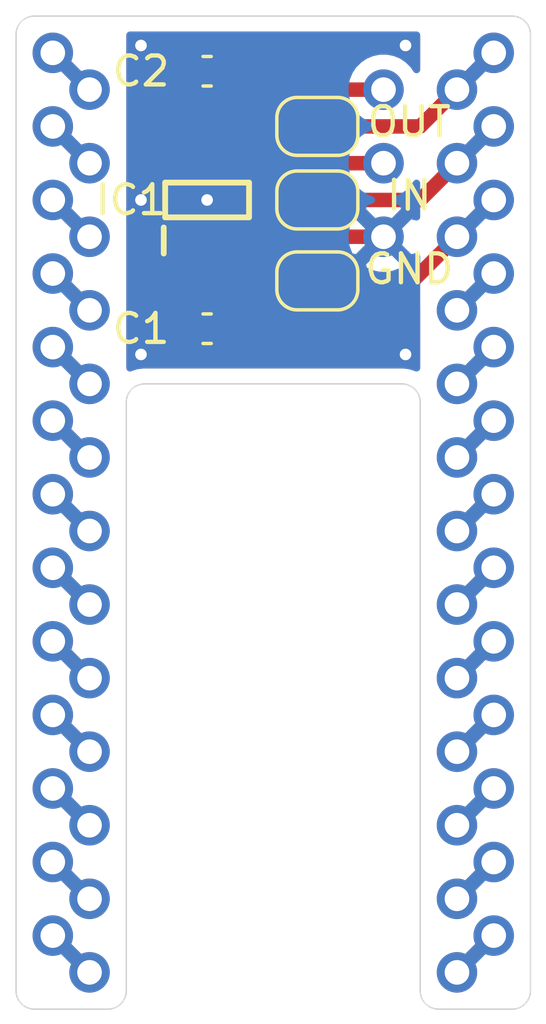
<source format=kicad_pcb>
(kicad_pcb (version 20171130) (host pcbnew "(5.1.9)-1")

  (general
    (thickness 1.6)
    (drawings 20)
    (tracks 100)
    (zones 0)
    (modules 11)
    (nets 30)
  )

  (page A4)
  (layers
    (0 F.Cu signal)
    (31 B.Cu signal)
    (32 B.Adhes user)
    (33 F.Adhes user)
    (34 B.Paste user)
    (35 F.Paste user)
    (36 B.SilkS user)
    (37 F.SilkS user)
    (38 B.Mask user)
    (39 F.Mask user)
    (40 Dwgs.User user)
    (41 Cmts.User user)
    (42 Eco1.User user)
    (43 Eco2.User user)
    (44 Edge.Cuts user)
    (45 Margin user)
    (46 B.CrtYd user)
    (47 F.CrtYd user hide)
    (48 B.Fab user)
    (49 F.Fab user hide)
  )

  (setup
    (last_trace_width 0.25)
    (user_trace_width 0.5)
    (trace_clearance 0.2)
    (zone_clearance 0.508)
    (zone_45_only no)
    (trace_min 0.2)
    (via_size 0.8)
    (via_drill 0.4)
    (via_min_size 0.4)
    (via_min_drill 0.3)
    (uvia_size 0.3)
    (uvia_drill 0.1)
    (uvias_allowed no)
    (uvia_min_size 0.2)
    (uvia_min_drill 0.1)
    (edge_width 0.05)
    (segment_width 0.2)
    (pcb_text_width 0.3)
    (pcb_text_size 1.5 1.5)
    (mod_edge_width 0.12)
    (mod_text_size 1 1)
    (mod_text_width 0.15)
    (pad_size 1.4 1.4)
    (pad_drill 0.85)
    (pad_to_mask_clearance 0)
    (aux_axis_origin 0 0)
    (visible_elements 7FFFFFFF)
    (pcbplotparams
      (layerselection 0x010fc_ffffffff)
      (usegerberextensions false)
      (usegerberattributes true)
      (usegerberadvancedattributes true)
      (creategerberjobfile true)
      (excludeedgelayer true)
      (linewidth 0.100000)
      (plotframeref false)
      (viasonmask false)
      (mode 1)
      (useauxorigin false)
      (hpglpennumber 1)
      (hpglpenspeed 20)
      (hpglpendiameter 15.000000)
      (psnegative false)
      (psa4output false)
      (plotreference true)
      (plotvalue true)
      (plotinvisibletext false)
      (padsonsilk false)
      (subtractmaskfromsilk false)
      (outputformat 1)
      (mirror false)
      (drillshape 1)
      (scaleselection 1)
      (outputdirectory ""))
  )

  (net 0 "")
  (net 1 "Net-(J1-Pad13)")
  (net 2 "Net-(J1-Pad12)")
  (net 3 "Net-(J1-Pad11)")
  (net 4 "Net-(J1-Pad10)")
  (net 5 "Net-(J1-Pad9)")
  (net 6 "Net-(J1-Pad8)")
  (net 7 "Net-(J1-Pad7)")
  (net 8 "Net-(J1-Pad6)")
  (net 9 "Net-(J1-Pad5)")
  (net 10 "Net-(J1-Pad4)")
  (net 11 "Net-(J1-Pad3)")
  (net 12 "Net-(J1-Pad2)")
  (net 13 "Net-(J1-Pad1)")
  (net 14 "Net-(J3-Pad13)")
  (net 15 "Net-(J3-Pad12)")
  (net 16 "Net-(J3-Pad11)")
  (net 17 "Net-(J3-Pad10)")
  (net 18 "Net-(J3-Pad9)")
  (net 19 "Net-(J3-Pad8)")
  (net 20 "Net-(J3-Pad7)")
  (net 21 "Net-(J3-Pad6)")
  (net 22 "Net-(J3-Pad5)")
  (net 23 "Net-(J3-Pad4)")
  (net 24 "Net-(J3-Pad3)")
  (net 25 "Net-(J3-Pad2)")
  (net 26 "Net-(J3-Pad1)")
  (net 27 "Net-(C1-Pad1)")
  (net 28 "Net-(C2-Pad1)")
  (net 29 GND)

  (net_class Default "This is the default net class."
    (clearance 0.2)
    (trace_width 0.25)
    (via_dia 0.8)
    (via_drill 0.4)
    (uvia_dia 0.3)
    (uvia_drill 0.1)
    (add_net GND)
    (add_net "Net-(C1-Pad1)")
    (add_net "Net-(C2-Pad1)")
    (add_net "Net-(J1-Pad1)")
    (add_net "Net-(J1-Pad10)")
    (add_net "Net-(J1-Pad11)")
    (add_net "Net-(J1-Pad12)")
    (add_net "Net-(J1-Pad13)")
    (add_net "Net-(J1-Pad2)")
    (add_net "Net-(J1-Pad3)")
    (add_net "Net-(J1-Pad4)")
    (add_net "Net-(J1-Pad5)")
    (add_net "Net-(J1-Pad6)")
    (add_net "Net-(J1-Pad7)")
    (add_net "Net-(J1-Pad8)")
    (add_net "Net-(J1-Pad9)")
    (add_net "Net-(J3-Pad1)")
    (add_net "Net-(J3-Pad10)")
    (add_net "Net-(J3-Pad11)")
    (add_net "Net-(J3-Pad12)")
    (add_net "Net-(J3-Pad13)")
    (add_net "Net-(J3-Pad2)")
    (add_net "Net-(J3-Pad3)")
    (add_net "Net-(J3-Pad4)")
    (add_net "Net-(J3-Pad5)")
    (add_net "Net-(J3-Pad6)")
    (add_net "Net-(J3-Pad7)")
    (add_net "Net-(J3-Pad8)")
    (add_net "Net-(J3-Pad9)")
  )

  (module Jumper:SolderJumper-2_P1.3mm_Open_RoundedPad1.0x1.5mm (layer F.Cu) (tedit 5B391E66) (tstamp 6131F713)
    (at 47.244 40.64)
    (descr "SMD Solder Jumper, 1x1.5mm, rounded Pads, 0.3mm gap, open")
    (tags "solder jumper open")
    (path /61327C43)
    (attr virtual)
    (fp_text reference JP1 (at 0 -1.8) (layer F.SilkS) hide
      (effects (font (size 1 1) (thickness 0.15)))
    )
    (fp_text value Jumper_NO_Small (at 0 1.9) (layer F.Fab)
      (effects (font (size 1 1) (thickness 0.15)))
    )
    (fp_line (start -1.4 0.3) (end -1.4 -0.3) (layer F.SilkS) (width 0.12))
    (fp_line (start 0.7 1) (end -0.7 1) (layer F.SilkS) (width 0.12))
    (fp_line (start 1.4 -0.3) (end 1.4 0.3) (layer F.SilkS) (width 0.12))
    (fp_line (start -0.7 -1) (end 0.7 -1) (layer F.SilkS) (width 0.12))
    (fp_line (start -1.65 -1.25) (end 1.65 -1.25) (layer F.CrtYd) (width 0.05))
    (fp_line (start -1.65 -1.25) (end -1.65 1.25) (layer F.CrtYd) (width 0.05))
    (fp_line (start 1.65 1.25) (end 1.65 -1.25) (layer F.CrtYd) (width 0.05))
    (fp_line (start 1.65 1.25) (end -1.65 1.25) (layer F.CrtYd) (width 0.05))
    (fp_arc (start -0.7 -0.3) (end -0.7 -1) (angle -90) (layer F.SilkS) (width 0.12))
    (fp_arc (start -0.7 0.3) (end -1.4 0.3) (angle -90) (layer F.SilkS) (width 0.12))
    (fp_arc (start 0.7 0.3) (end 0.7 1) (angle -90) (layer F.SilkS) (width 0.12))
    (fp_arc (start 0.7 -0.3) (end 1.4 -0.3) (angle -90) (layer F.SilkS) (width 0.12))
    (pad 2 smd custom (at 0.65 0) (size 1 0.5) (layers F.Cu F.Mask)
      (net 26 "Net-(J3-Pad1)") (zone_connect 2)
      (options (clearance outline) (anchor rect))
      (primitives
        (gr_circle (center 0 0.25) (end 0.5 0.25) (width 0))
        (gr_circle (center 0 -0.25) (end 0.5 -0.25) (width 0))
        (gr_poly (pts
           (xy 0 -0.75) (xy -0.5 -0.75) (xy -0.5 0.75) (xy 0 0.75)) (width 0))
      ))
    (pad 1 smd custom (at -0.65 0) (size 1 0.5) (layers F.Cu F.Mask)
      (net 28 "Net-(C2-Pad1)") (zone_connect 2)
      (options (clearance outline) (anchor rect))
      (primitives
        (gr_circle (center 0 0.25) (end 0.5 0.25) (width 0))
        (gr_circle (center 0 -0.25) (end 0.5 -0.25) (width 0))
        (gr_poly (pts
           (xy 0 -0.75) (xy 0.5 -0.75) (xy 0.5 0.75) (xy 0 0.75)) (width 0))
      ))
  )

  (module Connector_PinHeader_2.54mm:PinHeader_1x03_P2.54mm_Vertical (layer F.Cu) (tedit 60FCC9F0) (tstamp 60FD38EA)
    (at 49.531 39.37)
    (descr "Through hole straight pin header, 1x03, 2.54mm pitch, single row")
    (tags "Through hole pin header THT 1x03 2.54mm single row")
    (path /60FF65B2)
    (fp_text reference J5 (at 0 -2.33) (layer F.SilkS) hide
      (effects (font (size 1 1) (thickness 0.15)))
    )
    (fp_text value Conn_01x03 (at 0 7.41) (layer F.Fab)
      (effects (font (size 1 1) (thickness 0.15)))
    )
    (fp_line (start -0.635 -1.27) (end 1.27 -1.27) (layer F.Fab) (width 0.1))
    (fp_line (start 1.27 -1.27) (end 1.27 6.35) (layer F.Fab) (width 0.1))
    (fp_line (start 1.27 6.35) (end -1.27 6.35) (layer F.Fab) (width 0.1))
    (fp_line (start -1.27 6.35) (end -1.27 -0.635) (layer F.Fab) (width 0.1))
    (fp_line (start -1.27 -0.635) (end -0.635 -1.27) (layer F.Fab) (width 0.1))
    (fp_line (start -1.8 -1.8) (end -1.8 6.85) (layer F.CrtYd) (width 0.05))
    (fp_line (start -1.8 6.85) (end 1.8 6.85) (layer F.CrtYd) (width 0.05))
    (fp_line (start 1.8 6.85) (end 1.8 -1.8) (layer F.CrtYd) (width 0.05))
    (fp_line (start 1.8 -1.8) (end -1.8 -1.8) (layer F.CrtYd) (width 0.05))
    (fp_text user %R (at 0 2.54 90) (layer F.Fab)
      (effects (font (size 1 1) (thickness 0.15)))
    )
    (pad 3 thru_hole circle (at 0 5.08) (size 1.4 1.4) (drill 0.85) (layers *.Cu *.Mask)
      (net 29 GND))
    (pad 2 thru_hole circle (at 0 2.54) (size 1.4 1.4) (drill 0.85) (layers *.Cu *.Mask)
      (net 27 "Net-(C1-Pad1)"))
    (pad 1 thru_hole circle (at 0 0) (size 1.4 1.4) (drill 0.85) (layers *.Cu *.Mask)
      (net 28 "Net-(C2-Pad1)"))
    (model ${KISYS3DMOD}/Connector_PinHeader_2.54mm.3dshapes/PinHeader_1x03_P2.54mm_Vertical.wrl
      (at (xyz 0 0 0))
      (scale (xyz 1 1 1))
      (rotate (xyz 0 0 0))
    )
  )

  (module Jumper:SolderJumper-2_P1.3mm_Open_RoundedPad1.0x1.5mm (layer F.Cu) (tedit 5B391E66) (tstamp 6131F737)
    (at 47.244 45.974)
    (descr "SMD Solder Jumper, 1x1.5mm, rounded Pads, 0.3mm gap, open")
    (tags "solder jumper open")
    (path /613288EC)
    (attr virtual)
    (fp_text reference JP3 (at 0 -1.8) (layer F.SilkS) hide
      (effects (font (size 1 1) (thickness 0.15)))
    )
    (fp_text value Jumper_NO_Small (at 0 1.9) (layer F.Fab)
      (effects (font (size 1 1) (thickness 0.15)))
    )
    (fp_line (start -1.4 0.3) (end -1.4 -0.3) (layer F.SilkS) (width 0.12))
    (fp_line (start 0.7 1) (end -0.7 1) (layer F.SilkS) (width 0.12))
    (fp_line (start 1.4 -0.3) (end 1.4 0.3) (layer F.SilkS) (width 0.12))
    (fp_line (start -0.7 -1) (end 0.7 -1) (layer F.SilkS) (width 0.12))
    (fp_line (start -1.65 -1.25) (end 1.65 -1.25) (layer F.CrtYd) (width 0.05))
    (fp_line (start -1.65 -1.25) (end -1.65 1.25) (layer F.CrtYd) (width 0.05))
    (fp_line (start 1.65 1.25) (end 1.65 -1.25) (layer F.CrtYd) (width 0.05))
    (fp_line (start 1.65 1.25) (end -1.65 1.25) (layer F.CrtYd) (width 0.05))
    (fp_arc (start -0.7 -0.3) (end -0.7 -1) (angle -90) (layer F.SilkS) (width 0.12))
    (fp_arc (start -0.7 0.3) (end -1.4 0.3) (angle -90) (layer F.SilkS) (width 0.12))
    (fp_arc (start 0.7 0.3) (end 0.7 1) (angle -90) (layer F.SilkS) (width 0.12))
    (fp_arc (start 0.7 -0.3) (end 1.4 -0.3) (angle -90) (layer F.SilkS) (width 0.12))
    (pad 2 smd custom (at 0.65 0) (size 1 0.5) (layers F.Cu F.Mask)
      (net 24 "Net-(J3-Pad3)") (zone_connect 2)
      (options (clearance outline) (anchor rect))
      (primitives
        (gr_circle (center 0 0.25) (end 0.5 0.25) (width 0))
        (gr_circle (center 0 -0.25) (end 0.5 -0.25) (width 0))
        (gr_poly (pts
           (xy 0 -0.75) (xy -0.5 -0.75) (xy -0.5 0.75) (xy 0 0.75)) (width 0))
      ))
    (pad 1 smd custom (at -0.65 0) (size 1 0.5) (layers F.Cu F.Mask)
      (net 29 GND) (zone_connect 2)
      (options (clearance outline) (anchor rect))
      (primitives
        (gr_circle (center 0 0.25) (end 0.5 0.25) (width 0))
        (gr_circle (center 0 -0.25) (end 0.5 -0.25) (width 0))
        (gr_poly (pts
           (xy 0 -0.75) (xy 0.5 -0.75) (xy 0.5 0.75) (xy 0 0.75)) (width 0))
      ))
  )

  (module Jumper:SolderJumper-2_P1.3mm_Open_RoundedPad1.0x1.5mm (layer F.Cu) (tedit 5B391E66) (tstamp 6131FE6B)
    (at 47.244 43.18)
    (descr "SMD Solder Jumper, 1x1.5mm, rounded Pads, 0.3mm gap, open")
    (tags "solder jumper open")
    (path /613284ED)
    (attr virtual)
    (fp_text reference JP2 (at 0 -1.8) (layer F.SilkS) hide
      (effects (font (size 1 1) (thickness 0.15)))
    )
    (fp_text value Jumper_NO_Small (at 0 1.9) (layer F.Fab)
      (effects (font (size 1 1) (thickness 0.15)))
    )
    (fp_line (start -1.4 0.3) (end -1.4 -0.3) (layer F.SilkS) (width 0.12))
    (fp_line (start 0.7 1) (end -0.7 1) (layer F.SilkS) (width 0.12))
    (fp_line (start 1.4 -0.3) (end 1.4 0.3) (layer F.SilkS) (width 0.12))
    (fp_line (start -0.7 -1) (end 0.7 -1) (layer F.SilkS) (width 0.12))
    (fp_line (start -1.65 -1.25) (end 1.65 -1.25) (layer F.CrtYd) (width 0.05))
    (fp_line (start -1.65 -1.25) (end -1.65 1.25) (layer F.CrtYd) (width 0.05))
    (fp_line (start 1.65 1.25) (end 1.65 -1.25) (layer F.CrtYd) (width 0.05))
    (fp_line (start 1.65 1.25) (end -1.65 1.25) (layer F.CrtYd) (width 0.05))
    (fp_arc (start -0.7 -0.3) (end -0.7 -1) (angle -90) (layer F.SilkS) (width 0.12))
    (fp_arc (start -0.7 0.3) (end -1.4 0.3) (angle -90) (layer F.SilkS) (width 0.12))
    (fp_arc (start 0.7 0.3) (end 0.7 1) (angle -90) (layer F.SilkS) (width 0.12))
    (fp_arc (start 0.7 -0.3) (end 1.4 -0.3) (angle -90) (layer F.SilkS) (width 0.12))
    (pad 2 smd custom (at 0.65 0) (size 1 0.5) (layers F.Cu F.Mask)
      (net 25 "Net-(J3-Pad2)") (zone_connect 2)
      (options (clearance outline) (anchor rect))
      (primitives
        (gr_circle (center 0 0.25) (end 0.5 0.25) (width 0))
        (gr_circle (center 0 -0.25) (end 0.5 -0.25) (width 0))
        (gr_poly (pts
           (xy 0 -0.75) (xy -0.5 -0.75) (xy -0.5 0.75) (xy 0 0.75)) (width 0))
      ))
    (pad 1 smd custom (at -0.65 0) (size 1 0.5) (layers F.Cu F.Mask)
      (net 27 "Net-(C1-Pad1)") (zone_connect 2)
      (options (clearance outline) (anchor rect))
      (primitives
        (gr_circle (center 0 0.25) (end 0.5 0.25) (width 0))
        (gr_circle (center 0 -0.25) (end 0.5 -0.25) (width 0))
        (gr_poly (pts
           (xy 0 -0.75) (xy 0.5 -0.75) (xy 0.5 0.75) (xy 0 0.75)) (width 0))
      ))
  )

  (module Connector_PinHeader_2.54mm:PinHeader_1x13_P2.54mm_Vertical (layer F.Cu) (tedit 60FCCA20) (tstamp 6132222A)
    (at 53.34 38.1)
    (descr "Through hole straight pin header, 1x13, 2.54mm pitch, single row")
    (tags "Through hole pin header THT 1x13 2.54mm single row")
    (path /60FCE38E)
    (fp_text reference J3 (at 0 -2.33) (layer F.SilkS) hide
      (effects (font (size 1 1) (thickness 0.15)))
    )
    (fp_text value Conn_01x13 (at 0 32.81) (layer F.Fab)
      (effects (font (size 1 1) (thickness 0.15)))
    )
    (fp_line (start -0.635 -1.27) (end 1.27 -1.27) (layer F.Fab) (width 0.1))
    (fp_line (start 1.27 -1.27) (end 1.27 31.75) (layer F.Fab) (width 0.1))
    (fp_line (start 1.27 31.75) (end -1.27 31.75) (layer F.Fab) (width 0.1))
    (fp_line (start -1.27 31.75) (end -1.27 -0.635) (layer F.Fab) (width 0.1))
    (fp_line (start -1.27 -0.635) (end -0.635 -1.27) (layer F.Fab) (width 0.1))
    (fp_line (start -1.8 -1.8) (end -1.8 32.25) (layer F.CrtYd) (width 0.05))
    (fp_line (start -1.8 32.25) (end 1.8 32.25) (layer F.CrtYd) (width 0.05))
    (fp_line (start 1.8 32.25) (end 1.8 -1.8) (layer F.CrtYd) (width 0.05))
    (fp_line (start 1.8 -1.8) (end -1.8 -1.8) (layer F.CrtYd) (width 0.05))
    (fp_text user %R (at 0 15.24 90) (layer F.Fab)
      (effects (font (size 1 1) (thickness 0.15)))
    )
    (pad 13 thru_hole circle (at 0 30.48) (size 1.4 1.4) (drill 0.85) (layers *.Cu *.Mask)
      (net 14 "Net-(J3-Pad13)"))
    (pad 12 thru_hole circle (at 0 27.94) (size 1.4 1.4) (drill 0.85) (layers *.Cu *.Mask)
      (net 15 "Net-(J3-Pad12)"))
    (pad 11 thru_hole circle (at 0 25.4) (size 1.4 1.4) (drill 0.85) (layers *.Cu *.Mask)
      (net 16 "Net-(J3-Pad11)"))
    (pad 10 thru_hole circle (at 0 22.86) (size 1.4 1.4) (drill 0.85) (layers *.Cu *.Mask)
      (net 17 "Net-(J3-Pad10)"))
    (pad 9 thru_hole circle (at 0 20.32) (size 1.4 1.4) (drill 0.85) (layers *.Cu *.Mask)
      (net 18 "Net-(J3-Pad9)"))
    (pad 8 thru_hole circle (at 0 17.78) (size 1.4 1.4) (drill 0.85) (layers *.Cu *.Mask)
      (net 19 "Net-(J3-Pad8)"))
    (pad 7 thru_hole circle (at 0 15.24) (size 1.4 1.4) (drill 0.85) (layers *.Cu *.Mask)
      (net 20 "Net-(J3-Pad7)"))
    (pad 6 thru_hole circle (at 0 12.7) (size 1.4 1.4) (drill 0.85) (layers *.Cu *.Mask)
      (net 21 "Net-(J3-Pad6)"))
    (pad 5 thru_hole circle (at 0 10.16) (size 1.4 1.4) (drill 0.85) (layers *.Cu *.Mask)
      (net 22 "Net-(J3-Pad5)"))
    (pad 4 thru_hole circle (at 0 7.62) (size 1.4 1.4) (drill 0.85) (layers *.Cu *.Mask)
      (net 23 "Net-(J3-Pad4)"))
    (pad 3 thru_hole circle (at 0 5.08) (size 1.4 1.4) (drill 0.85) (layers *.Cu *.Mask)
      (net 24 "Net-(J3-Pad3)"))
    (pad 2 thru_hole circle (at 0 2.54) (size 1.4 1.4) (drill 0.85) (layers *.Cu *.Mask)
      (net 25 "Net-(J3-Pad2)"))
    (pad 1 thru_hole circle (at 0 0) (size 1.4 1.4) (drill 0.85) (layers *.Cu *.Mask)
      (net 26 "Net-(J3-Pad1)"))
    (model ${KISYS3DMOD}/Connector_PinHeader_2.54mm.3dshapes/PinHeader_1x13_P2.54mm_Vertical.wrl
      (at (xyz 0 0 0))
      (scale (xyz 1 1 1))
      (rotate (xyz 0 0 0))
    )
  )

  (module Connector_PinHeader_2.54mm:PinHeader_1x13_P2.54mm_Vertical (layer F.Cu) (tedit 60FCCA0A) (tstamp 60FD09AB)
    (at 52.07 39.37)
    (descr "Through hole straight pin header, 1x13, 2.54mm pitch, single row")
    (tags "Through hole pin header THT 1x13 2.54mm single row")
    (path /60FCE464)
    (fp_text reference J4 (at 0 -2.33) (layer F.SilkS) hide
      (effects (font (size 1 1) (thickness 0.15)))
    )
    (fp_text value Conn_01x13 (at 0 32.81) (layer F.Fab)
      (effects (font (size 1 1) (thickness 0.15)))
    )
    (fp_line (start -0.635 -1.27) (end 1.27 -1.27) (layer F.Fab) (width 0.1))
    (fp_line (start 1.27 -1.27) (end 1.27 31.75) (layer F.Fab) (width 0.1))
    (fp_line (start 1.27 31.75) (end -1.27 31.75) (layer F.Fab) (width 0.1))
    (fp_line (start -1.27 31.75) (end -1.27 -0.635) (layer F.Fab) (width 0.1))
    (fp_line (start -1.27 -0.635) (end -0.635 -1.27) (layer F.Fab) (width 0.1))
    (fp_line (start -1.8 -1.8) (end -1.8 32.25) (layer F.CrtYd) (width 0.05))
    (fp_line (start -1.8 32.25) (end 1.8 32.25) (layer F.CrtYd) (width 0.05))
    (fp_line (start 1.8 32.25) (end 1.8 -1.8) (layer F.CrtYd) (width 0.05))
    (fp_line (start 1.8 -1.8) (end -1.8 -1.8) (layer F.CrtYd) (width 0.05))
    (fp_text user %R (at 0 15.24 90) (layer F.Fab)
      (effects (font (size 1 1) (thickness 0.15)))
    )
    (pad 13 thru_hole circle (at 0 30.48) (size 1.4 1.4) (drill 0.85) (layers *.Cu *.Mask)
      (net 14 "Net-(J3-Pad13)"))
    (pad 12 thru_hole circle (at 0 27.94) (size 1.4 1.4) (drill 0.85) (layers *.Cu *.Mask)
      (net 15 "Net-(J3-Pad12)"))
    (pad 11 thru_hole circle (at 0 25.4) (size 1.4 1.4) (drill 0.85) (layers *.Cu *.Mask)
      (net 16 "Net-(J3-Pad11)"))
    (pad 10 thru_hole circle (at 0 22.86) (size 1.4 1.4) (drill 0.85) (layers *.Cu *.Mask)
      (net 17 "Net-(J3-Pad10)"))
    (pad 9 thru_hole circle (at 0 20.32) (size 1.4 1.4) (drill 0.85) (layers *.Cu *.Mask)
      (net 18 "Net-(J3-Pad9)"))
    (pad 8 thru_hole circle (at 0 17.78) (size 1.4 1.4) (drill 0.85) (layers *.Cu *.Mask)
      (net 19 "Net-(J3-Pad8)"))
    (pad 7 thru_hole circle (at 0 15.24) (size 1.4 1.4) (drill 0.85) (layers *.Cu *.Mask)
      (net 20 "Net-(J3-Pad7)"))
    (pad 6 thru_hole circle (at 0 12.7) (size 1.4 1.4) (drill 0.85) (layers *.Cu *.Mask)
      (net 21 "Net-(J3-Pad6)"))
    (pad 5 thru_hole circle (at 0 10.16) (size 1.4 1.4) (drill 0.85) (layers *.Cu *.Mask)
      (net 22 "Net-(J3-Pad5)"))
    (pad 4 thru_hole circle (at 0 7.62) (size 1.4 1.4) (drill 0.85) (layers *.Cu *.Mask)
      (net 23 "Net-(J3-Pad4)"))
    (pad 3 thru_hole circle (at 0 5.08) (size 1.4 1.4) (drill 0.85) (layers *.Cu *.Mask)
      (net 24 "Net-(J3-Pad3)"))
    (pad 2 thru_hole circle (at 0 2.54) (size 1.4 1.4) (drill 0.85) (layers *.Cu *.Mask)
      (net 25 "Net-(J3-Pad2)"))
    (pad 1 thru_hole circle (at 0 0) (size 1.4 1.4) (drill 0.85) (layers *.Cu *.Mask)
      (net 26 "Net-(J3-Pad1)"))
    (model ${KISYS3DMOD}/Connector_PinHeader_2.54mm.3dshapes/PinHeader_1x13_P2.54mm_Vertical.wrl
      (at (xyz 0 0 0))
      (scale (xyz 1 1 1))
      (rotate (xyz 0 0 0))
    )
  )

  (module Connector_PinHeader_2.54mm:PinHeader_1x13_P2.54mm_Vertical (layer F.Cu) (tedit 60FCC9D9) (tstamp 60FD1C53)
    (at 39.37 39.37)
    (descr "Through hole straight pin header, 1x13, 2.54mm pitch, single row")
    (tags "Through hole pin header THT 1x13 2.54mm single row")
    (path /60FCDC61)
    (fp_text reference J2 (at 0 -2.33) (layer F.SilkS) hide
      (effects (font (size 1 1) (thickness 0.15)))
    )
    (fp_text value Conn_01x13 (at 0 32.81) (layer F.Fab)
      (effects (font (size 1 1) (thickness 0.15)))
    )
    (fp_line (start -0.635 -1.27) (end 1.27 -1.27) (layer F.Fab) (width 0.1))
    (fp_line (start 1.27 -1.27) (end 1.27 31.75) (layer F.Fab) (width 0.1))
    (fp_line (start 1.27 31.75) (end -1.27 31.75) (layer F.Fab) (width 0.1))
    (fp_line (start -1.27 31.75) (end -1.27 -0.635) (layer F.Fab) (width 0.1))
    (fp_line (start -1.27 -0.635) (end -0.635 -1.27) (layer F.Fab) (width 0.1))
    (fp_line (start -1.8 -1.8) (end -1.8 32.25) (layer F.CrtYd) (width 0.05))
    (fp_line (start -1.8 32.25) (end 1.8 32.25) (layer F.CrtYd) (width 0.05))
    (fp_line (start 1.8 32.25) (end 1.8 -1.8) (layer F.CrtYd) (width 0.05))
    (fp_line (start 1.8 -1.8) (end -1.8 -1.8) (layer F.CrtYd) (width 0.05))
    (fp_text user %R (at 0 15.24 90) (layer F.Fab)
      (effects (font (size 1 1) (thickness 0.15)))
    )
    (pad 13 thru_hole circle (at 0 30.48) (size 1.4 1.4) (drill 0.85) (layers *.Cu *.Mask)
      (net 1 "Net-(J1-Pad13)"))
    (pad 12 thru_hole circle (at 0 27.94) (size 1.4 1.4) (drill 0.85) (layers *.Cu *.Mask)
      (net 2 "Net-(J1-Pad12)"))
    (pad 11 thru_hole circle (at 0 25.4) (size 1.4 1.4) (drill 0.85) (layers *.Cu *.Mask)
      (net 3 "Net-(J1-Pad11)"))
    (pad 10 thru_hole circle (at 0 22.86) (size 1.4 1.4) (drill 0.85) (layers *.Cu *.Mask)
      (net 4 "Net-(J1-Pad10)"))
    (pad 9 thru_hole circle (at 0 20.32) (size 1.4 1.4) (drill 0.85) (layers *.Cu *.Mask)
      (net 5 "Net-(J1-Pad9)"))
    (pad 8 thru_hole circle (at 0 17.78) (size 1.4 1.4) (drill 0.85) (layers *.Cu *.Mask)
      (net 6 "Net-(J1-Pad8)"))
    (pad 7 thru_hole circle (at 0 15.24) (size 1.4 1.4) (drill 0.85) (layers *.Cu *.Mask)
      (net 7 "Net-(J1-Pad7)"))
    (pad 6 thru_hole circle (at 0 12.7) (size 1.4 1.4) (drill 0.85) (layers *.Cu *.Mask)
      (net 8 "Net-(J1-Pad6)"))
    (pad 5 thru_hole circle (at 0 10.16) (size 1.4 1.4) (drill 0.85) (layers *.Cu *.Mask)
      (net 9 "Net-(J1-Pad5)"))
    (pad 4 thru_hole circle (at 0 7.62) (size 1.4 1.4) (drill 0.85) (layers *.Cu *.Mask)
      (net 10 "Net-(J1-Pad4)"))
    (pad 3 thru_hole circle (at 0 5.08) (size 1.4 1.4) (drill 0.85) (layers *.Cu *.Mask)
      (net 11 "Net-(J1-Pad3)"))
    (pad 2 thru_hole circle (at 0 2.54) (size 1.4 1.4) (drill 0.85) (layers *.Cu *.Mask)
      (net 12 "Net-(J1-Pad2)"))
    (pad 1 thru_hole circle (at 0 0) (size 1.4 1.4) (drill 0.85) (layers *.Cu *.Mask)
      (net 13 "Net-(J1-Pad1)"))
    (model ${KISYS3DMOD}/Connector_PinHeader_2.54mm.3dshapes/PinHeader_1x13_P2.54mm_Vertical.wrl
      (at (xyz 0 0 0))
      (scale (xyz 1 1 1))
      (rotate (xyz 0 0 0))
    )
  )

  (module Connector_PinHeader_2.54mm:PinHeader_1x13_P2.54mm_Vertical (layer F.Cu) (tedit 60FCC9BF) (tstamp 60FD1F7A)
    (at 38.1 38.1)
    (descr "Through hole straight pin header, 1x13, 2.54mm pitch, single row")
    (tags "Through hole pin header THT 1x13 2.54mm single row")
    (path /60FCB0C6)
    (fp_text reference J1 (at 0 -2.33) (layer F.SilkS) hide
      (effects (font (size 1 1) (thickness 0.15)))
    )
    (fp_text value Conn_01x13 (at 0 32.81) (layer F.Fab)
      (effects (font (size 1 1) (thickness 0.15)))
    )
    (fp_line (start -0.635 -1.27) (end 1.27 -1.27) (layer F.Fab) (width 0.1))
    (fp_line (start 1.27 -1.27) (end 1.27 31.75) (layer F.Fab) (width 0.1))
    (fp_line (start 1.27 31.75) (end -1.27 31.75) (layer F.Fab) (width 0.1))
    (fp_line (start -1.27 31.75) (end -1.27 -0.635) (layer F.Fab) (width 0.1))
    (fp_line (start -1.27 -0.635) (end -0.635 -1.27) (layer F.Fab) (width 0.1))
    (fp_line (start -1.8 -1.8) (end -1.8 32.25) (layer F.CrtYd) (width 0.05))
    (fp_line (start -1.8 32.25) (end 1.8 32.25) (layer F.CrtYd) (width 0.05))
    (fp_line (start 1.8 32.25) (end 1.8 -1.8) (layer F.CrtYd) (width 0.05))
    (fp_line (start 1.8 -1.8) (end -1.8 -1.8) (layer F.CrtYd) (width 0.05))
    (fp_text user %R (at 0 15.24 90) (layer F.Fab)
      (effects (font (size 1 1) (thickness 0.15)))
    )
    (pad 13 thru_hole circle (at 0 30.48) (size 1.4 1.4) (drill 0.85) (layers *.Cu *.Mask)
      (net 1 "Net-(J1-Pad13)"))
    (pad 12 thru_hole circle (at 0 27.94) (size 1.4 1.4) (drill 0.85) (layers *.Cu *.Mask)
      (net 2 "Net-(J1-Pad12)"))
    (pad 11 thru_hole circle (at 0 25.4) (size 1.4 1.4) (drill 0.85) (layers *.Cu *.Mask)
      (net 3 "Net-(J1-Pad11)"))
    (pad 10 thru_hole circle (at 0 22.86) (size 1.4 1.4) (drill 0.85) (layers *.Cu *.Mask)
      (net 4 "Net-(J1-Pad10)"))
    (pad 9 thru_hole circle (at 0 20.32) (size 1.4 1.4) (drill 0.85) (layers *.Cu *.Mask)
      (net 5 "Net-(J1-Pad9)"))
    (pad 8 thru_hole circle (at 0 17.78) (size 1.4 1.4) (drill 0.85) (layers *.Cu *.Mask)
      (net 6 "Net-(J1-Pad8)"))
    (pad 7 thru_hole circle (at 0 15.24) (size 1.4 1.4) (drill 0.85) (layers *.Cu *.Mask)
      (net 7 "Net-(J1-Pad7)"))
    (pad 6 thru_hole circle (at 0 12.7) (size 1.4 1.4) (drill 0.85) (layers *.Cu *.Mask)
      (net 8 "Net-(J1-Pad6)"))
    (pad 5 thru_hole circle (at 0 10.16) (size 1.4 1.4) (drill 0.85) (layers *.Cu *.Mask)
      (net 9 "Net-(J1-Pad5)"))
    (pad 4 thru_hole circle (at 0 7.62) (size 1.4 1.4) (drill 0.85) (layers *.Cu *.Mask)
      (net 10 "Net-(J1-Pad4)"))
    (pad 3 thru_hole circle (at 0 5.08) (size 1.4 1.4) (drill 0.85) (layers *.Cu *.Mask)
      (net 11 "Net-(J1-Pad3)"))
    (pad 2 thru_hole circle (at 0 2.54) (size 1.4 1.4) (drill 0.85) (layers *.Cu *.Mask)
      (net 12 "Net-(J1-Pad2)"))
    (pad 1 thru_hole circle (at 0 0) (size 1.4 1.4) (drill 0.85) (layers *.Cu *.Mask)
      (net 13 "Net-(J1-Pad1)"))
    (model ${KISYS3DMOD}/Connector_PinHeader_2.54mm.3dshapes/PinHeader_1x13_P2.54mm_Vertical.wrl
      (at (xyz 0 0 0))
      (scale (xyz 1 1 1))
      (rotate (xyz 0 0 0))
    )
  )

  (module MyLib:SOT95P280X130-5N (layer F.Cu) (tedit 60F9FF28) (tstamp 60FD473A)
    (at 43.434 43.18 90)
    (descr "SOT-23-5 (MTP-5)-ren1")
    (tags "Integrated Circuit")
    (path /60FE392E)
    (attr smd)
    (fp_text reference IC1 (at 0 -2.634 unlocked) (layer F.SilkS)
      (effects (font (size 1 1) (thickness 0.15)))
    )
    (fp_text value NJM12888F18-TE1 (at 0 0 90) (layer F.SilkS) hide
      (effects (font (size 1.27 1.27) (thickness 0.254)))
    )
    (fp_text user %R (at 0 0 90) (layer F.Fab)
      (effects (font (size 1.27 1.27) (thickness 0.254)))
    )
    (fp_line (start -2.1 -1.8) (end 2.1 -1.8) (layer F.CrtYd) (width 0.05))
    (fp_line (start 2.1 -1.8) (end 2.1 1.8) (layer F.CrtYd) (width 0.05))
    (fp_line (start 2.1 1.8) (end -2.1 1.8) (layer F.CrtYd) (width 0.05))
    (fp_line (start -2.1 1.8) (end -2.1 -1.8) (layer F.CrtYd) (width 0.05))
    (fp_line (start -0.825 -1.45) (end 0.825 -1.45) (layer F.Fab) (width 0.1))
    (fp_line (start 0.825 -1.45) (end 0.825 1.45) (layer F.Fab) (width 0.1))
    (fp_line (start 0.825 1.45) (end -0.825 1.45) (layer F.Fab) (width 0.1))
    (fp_line (start -0.825 1.45) (end -0.825 -1.45) (layer F.Fab) (width 0.1))
    (fp_line (start -0.825 -0.5) (end 0.125 -1.45) (layer F.Fab) (width 0.1))
    (fp_line (start -0.6 -1.45) (end 0.6 -1.45) (layer F.SilkS) (width 0.2))
    (fp_line (start 0.6 -1.45) (end 0.6 1.45) (layer F.SilkS) (width 0.2))
    (fp_line (start 0.6 1.45) (end -0.6 1.45) (layer F.SilkS) (width 0.2))
    (fp_line (start -0.6 1.45) (end -0.6 -1.45) (layer F.SilkS) (width 0.2))
    (fp_line (start -1.85 -1.5) (end -0.95 -1.5) (layer F.SilkS) (width 0.2))
    (pad 1 smd roundrect (at -1.4 -0.95 180) (size 0.6 0.9) (layers F.Cu F.Paste F.Mask) (roundrect_rratio 0.25)
      (net 27 "Net-(C1-Pad1)"))
    (pad 2 smd roundrect (at -1.4 0 180) (size 0.6 0.9) (layers F.Cu F.Paste F.Mask) (roundrect_rratio 0.25)
      (net 29 GND))
    (pad 3 smd roundrect (at -1.4 0.95 180) (size 0.6 0.9) (layers F.Cu F.Paste F.Mask) (roundrect_rratio 0.25)
      (net 27 "Net-(C1-Pad1)"))
    (pad 4 smd roundrect (at 1.4 0.95 180) (size 0.6 0.9) (layers F.Cu F.Paste F.Mask) (roundrect_rratio 0.25))
    (pad 5 smd roundrect (at 1.4 -0.95 180) (size 0.6 0.9) (layers F.Cu F.Paste F.Mask) (roundrect_rratio 0.25)
      (net 28 "Net-(C2-Pad1)"))
    (model \\NAS204B5C\home\Work\KiCad\RSLib\SamacSys_Parts.3dshapes\NJM2866F33-TE1.stp
      (at (xyz 0 0 0))
      (scale (xyz 1 1 1))
      (rotate (xyz 0 0 0))
    )
  )

  (module Capacitor_SMD:C_0603_1608Metric (layer F.Cu) (tedit 5F68FEEE) (tstamp 60FD2B63)
    (at 43.434 38.735 180)
    (descr "Capacitor SMD 0603 (1608 Metric), square (rectangular) end terminal, IPC_7351 nominal, (Body size source: IPC-SM-782 page 76, https://www.pcb-3d.com/wordpress/wp-content/uploads/ipc-sm-782a_amendment_1_and_2.pdf), generated with kicad-footprint-generator")
    (tags capacitor)
    (path /60FE8E25)
    (attr smd)
    (fp_text reference C2 (at 2.286 0) (layer F.SilkS)
      (effects (font (size 1 1) (thickness 0.15)))
    )
    (fp_text value C (at 0 1.43) (layer F.Fab)
      (effects (font (size 1 1) (thickness 0.15)))
    )
    (fp_line (start -0.8 0.4) (end -0.8 -0.4) (layer F.Fab) (width 0.1))
    (fp_line (start -0.8 -0.4) (end 0.8 -0.4) (layer F.Fab) (width 0.1))
    (fp_line (start 0.8 -0.4) (end 0.8 0.4) (layer F.Fab) (width 0.1))
    (fp_line (start 0.8 0.4) (end -0.8 0.4) (layer F.Fab) (width 0.1))
    (fp_line (start -0.14058 -0.51) (end 0.14058 -0.51) (layer F.SilkS) (width 0.12))
    (fp_line (start -0.14058 0.51) (end 0.14058 0.51) (layer F.SilkS) (width 0.12))
    (fp_line (start -1.48 0.73) (end -1.48 -0.73) (layer F.CrtYd) (width 0.05))
    (fp_line (start -1.48 -0.73) (end 1.48 -0.73) (layer F.CrtYd) (width 0.05))
    (fp_line (start 1.48 -0.73) (end 1.48 0.73) (layer F.CrtYd) (width 0.05))
    (fp_line (start 1.48 0.73) (end -1.48 0.73) (layer F.CrtYd) (width 0.05))
    (fp_text user %R (at 0 0) (layer F.Fab)
      (effects (font (size 0.4 0.4) (thickness 0.06)))
    )
    (pad 2 smd roundrect (at 0.775 0 180) (size 0.9 0.95) (layers F.Cu F.Paste F.Mask) (roundrect_rratio 0.25)
      (net 29 GND))
    (pad 1 smd roundrect (at -0.775 0 180) (size 0.9 0.95) (layers F.Cu F.Paste F.Mask) (roundrect_rratio 0.25)
      (net 28 "Net-(C2-Pad1)"))
    (model ${KISYS3DMOD}/Capacitor_SMD.3dshapes/C_0603_1608Metric.wrl
      (at (xyz 0 0 0))
      (scale (xyz 1 1 1))
      (rotate (xyz 0 0 0))
    )
  )

  (module Capacitor_SMD:C_0603_1608Metric (layer F.Cu) (tedit 5F68FEEE) (tstamp 61321345)
    (at 43.434 47.625 180)
    (descr "Capacitor SMD 0603 (1608 Metric), square (rectangular) end terminal, IPC_7351 nominal, (Body size source: IPC-SM-782 page 76, https://www.pcb-3d.com/wordpress/wp-content/uploads/ipc-sm-782a_amendment_1_and_2.pdf), generated with kicad-footprint-generator")
    (tags capacitor)
    (path /60FE9A29)
    (attr smd)
    (fp_text reference C1 (at 2.286 0) (layer F.SilkS)
      (effects (font (size 1 1) (thickness 0.15)))
    )
    (fp_text value C (at 0 1.43) (layer F.Fab)
      (effects (font (size 1 1) (thickness 0.15)))
    )
    (fp_line (start -0.8 0.4) (end -0.8 -0.4) (layer F.Fab) (width 0.1))
    (fp_line (start -0.8 -0.4) (end 0.8 -0.4) (layer F.Fab) (width 0.1))
    (fp_line (start 0.8 -0.4) (end 0.8 0.4) (layer F.Fab) (width 0.1))
    (fp_line (start 0.8 0.4) (end -0.8 0.4) (layer F.Fab) (width 0.1))
    (fp_line (start -0.14058 -0.51) (end 0.14058 -0.51) (layer F.SilkS) (width 0.12))
    (fp_line (start -0.14058 0.51) (end 0.14058 0.51) (layer F.SilkS) (width 0.12))
    (fp_line (start -1.48 0.73) (end -1.48 -0.73) (layer F.CrtYd) (width 0.05))
    (fp_line (start -1.48 -0.73) (end 1.48 -0.73) (layer F.CrtYd) (width 0.05))
    (fp_line (start 1.48 -0.73) (end 1.48 0.73) (layer F.CrtYd) (width 0.05))
    (fp_line (start 1.48 0.73) (end -1.48 0.73) (layer F.CrtYd) (width 0.05))
    (fp_text user %R (at 0 0) (layer F.Fab)
      (effects (font (size 0.4 0.4) (thickness 0.06)))
    )
    (pad 2 smd roundrect (at 0.775 0 180) (size 0.9 0.95) (layers F.Cu F.Paste F.Mask) (roundrect_rratio 0.25)
      (net 29 GND))
    (pad 1 smd roundrect (at -0.775 0 180) (size 0.9 0.95) (layers F.Cu F.Paste F.Mask) (roundrect_rratio 0.25)
      (net 27 "Net-(C1-Pad1)"))
    (model ${KISYS3DMOD}/Capacitor_SMD.3dshapes/C_0603_1608Metric.wrl
      (at (xyz 0 0 0))
      (scale (xyz 1 1 1))
      (rotate (xyz 0 0 0))
    )
  )

  (gr_circle (center 36.83 36.83) (end 37.084 37.084) (layer Dwgs.User) (width 0.15))
  (gr_text GND (at 50.419 45.566) (layer F.SilkS) (tstamp 60FD5E00)
    (effects (font (size 1 1) (thickness 0.15)))
  )
  (gr_text IN (at 50.419 43.026) (layer F.SilkS) (tstamp 60FD5385)
    (effects (font (size 1 1) (thickness 0.15)))
  )
  (gr_text OUT (at 50.419 40.486) (layer F.SilkS)
    (effects (font (size 1 1) (thickness 0.15)))
  )
  (gr_arc (start 41.275 50.165) (end 41.275 49.53) (angle -90) (layer Edge.Cuts) (width 0.05))
  (gr_arc (start 50.165 50.165) (end 50.8 50.165) (angle -90) (layer Edge.Cuts) (width 0.05))
  (gr_arc (start 37.465 37.465) (end 37.465 36.83) (angle -90) (layer Edge.Cuts) (width 0.05))
  (gr_arc (start 37.465 70.485) (end 36.83 70.485) (angle -90) (layer Edge.Cuts) (width 0.05))
  (gr_arc (start 40.005 70.485) (end 40.005 71.12) (angle -90) (layer Edge.Cuts) (width 0.05))
  (gr_arc (start 51.435 70.485) (end 50.8 70.485) (angle -90) (layer Edge.Cuts) (width 0.05))
  (gr_arc (start 53.975 70.485) (end 53.975 71.12) (angle -90) (layer Edge.Cuts) (width 0.05))
  (gr_arc (start 53.975 37.465) (end 54.61 37.465) (angle -90) (layer Edge.Cuts) (width 0.05))
  (gr_line (start 36.83 70.485) (end 36.83 37.465) (layer Edge.Cuts) (width 0.05) (tstamp 60FD5055))
  (gr_line (start 40.005 71.12) (end 37.465 71.12) (layer Edge.Cuts) (width 0.05))
  (gr_line (start 40.64 50.165) (end 40.64 70.485) (layer Edge.Cuts) (width 0.05))
  (gr_line (start 50.165 49.53) (end 41.275 49.53) (layer Edge.Cuts) (width 0.05))
  (gr_line (start 50.8 70.485) (end 50.8 50.165) (layer Edge.Cuts) (width 0.05))
  (gr_line (start 53.975 71.12) (end 51.435 71.12) (layer Edge.Cuts) (width 0.05))
  (gr_line (start 54.61 37.465) (end 54.61 70.485) (layer Edge.Cuts) (width 0.05) (tstamp 6132227C))
  (gr_line (start 37.465 36.83) (end 53.975 36.83) (layer Edge.Cuts) (width 0.05))

  (segment (start 38.1 68.58) (end 39.37 69.85) (width 0.5) (layer B.Cu) (net 1) (status 30))
  (segment (start 38.1 68.58) (end 39.37 69.85) (width 0.5) (layer F.Cu) (net 1) (status 30))
  (segment (start 38.1 66.04) (end 39.37 67.31) (width 0.5) (layer B.Cu) (net 2) (status 30))
  (segment (start 38.1 66.04) (end 39.37 67.31) (width 0.5) (layer F.Cu) (net 2) (status 30))
  (segment (start 38.1 63.5) (end 39.37 64.77) (width 0.5) (layer B.Cu) (net 3) (status 30))
  (segment (start 38.1 63.5) (end 39.37 64.77) (width 0.5) (layer F.Cu) (net 3) (status 30))
  (segment (start 38.1 60.96) (end 39.37 62.23) (width 0.5) (layer B.Cu) (net 4) (status 30))
  (segment (start 38.1 60.96) (end 39.37 62.23) (width 0.5) (layer F.Cu) (net 4) (status 30))
  (segment (start 38.1 58.42) (end 39.37 59.69) (width 0.5) (layer B.Cu) (net 5) (status 30))
  (segment (start 38.1 58.42) (end 39.37 59.69) (width 0.5) (layer F.Cu) (net 5) (status 30))
  (segment (start 38.1 55.88) (end 39.37 57.15) (width 0.5) (layer B.Cu) (net 6) (status 30))
  (segment (start 38.1 55.88) (end 39.37 57.15) (width 0.5) (layer F.Cu) (net 6) (status 30))
  (segment (start 38.1 53.34) (end 39.37 54.61) (width 0.5) (layer B.Cu) (net 7) (status 30))
  (segment (start 38.1 53.34) (end 39.37 54.61) (width 0.5) (layer F.Cu) (net 7) (status 30))
  (segment (start 38.1 50.8) (end 39.37 52.07) (width 0.5) (layer B.Cu) (net 8) (status 30))
  (segment (start 38.1 50.8) (end 39.37 52.07) (width 0.5) (layer F.Cu) (net 8) (status 30))
  (segment (start 38.1 48.26) (end 39.37 49.53) (width 0.5) (layer B.Cu) (net 9) (status 30))
  (segment (start 38.1 48.26) (end 39.37 49.53) (width 0.5) (layer F.Cu) (net 9) (status 30))
  (segment (start 38.1 45.72) (end 39.37 46.99) (width 0.5) (layer B.Cu) (net 10) (status 30))
  (segment (start 38.1 45.72) (end 39.37 46.99) (width 0.5) (layer F.Cu) (net 10) (status 30))
  (segment (start 38.1 43.18) (end 39.37 44.45) (width 0.5) (layer B.Cu) (net 11) (status 30))
  (segment (start 38.1 43.18) (end 39.37 44.45) (width 0.5) (layer F.Cu) (net 11) (status 30))
  (segment (start 38.1 40.64) (end 39.37 41.91) (width 0.5) (layer B.Cu) (net 12) (status 30))
  (segment (start 38.1 40.64) (end 39.37 41.91) (width 0.5) (layer F.Cu) (net 12) (status 30))
  (segment (start 38.1 38.1) (end 39.37 39.37) (width 0.5) (layer B.Cu) (net 13) (status 30))
  (segment (start 38.1 38.1) (end 39.37 39.37) (width 0.5) (layer F.Cu) (net 13) (status 30))
  (segment (start 53.34 68.58) (end 52.07 69.85) (width 0.5) (layer B.Cu) (net 14) (status 30))
  (segment (start 53.34 68.58) (end 52.07 69.85) (width 0.5) (layer F.Cu) (net 14) (status 30))
  (segment (start 53.34 66.04) (end 52.07 67.31) (width 0.5) (layer B.Cu) (net 15) (status 30))
  (segment (start 53.34 66.04) (end 52.07 67.31) (width 0.5) (layer F.Cu) (net 15) (status 30))
  (segment (start 53.34 63.5) (end 52.07 64.77) (width 0.5) (layer B.Cu) (net 16) (status 30))
  (segment (start 53.34 63.5) (end 52.07 64.77) (width 0.5) (layer F.Cu) (net 16) (status 30))
  (segment (start 53.34 60.96) (end 52.07 62.23) (width 0.5) (layer B.Cu) (net 17) (status 30))
  (segment (start 53.34 60.96) (end 52.07 62.23) (width 0.5) (layer F.Cu) (net 17) (status 30))
  (segment (start 53.34 58.42) (end 52.07 59.69) (width 0.5) (layer B.Cu) (net 18) (status 30))
  (segment (start 53.34 58.42) (end 52.07 59.69) (width 0.5) (layer F.Cu) (net 18) (status 30))
  (segment (start 53.34 55.88) (end 52.07 57.15) (width 0.5) (layer B.Cu) (net 19) (status 30))
  (segment (start 53.34 55.88) (end 52.07 57.15) (width 0.5) (layer F.Cu) (net 19) (status 30))
  (segment (start 53.34 53.34) (end 52.07 54.61) (width 0.5) (layer B.Cu) (net 20) (status 30))
  (segment (start 53.34 53.34) (end 52.07 54.61) (width 0.5) (layer F.Cu) (net 20) (status 30))
  (segment (start 53.34 50.8) (end 52.07 52.07) (width 0.5) (layer B.Cu) (net 21) (status 30))
  (segment (start 53.34 50.8) (end 52.07 52.07) (width 0.5) (layer F.Cu) (net 21) (status 30))
  (segment (start 53.34 48.26) (end 52.07 49.53) (width 0.5) (layer B.Cu) (net 22) (status 30))
  (segment (start 53.34 48.26) (end 52.07 49.53) (width 0.5) (layer F.Cu) (net 22) (status 30))
  (segment (start 53.34 45.72) (end 52.07 46.99) (width 0.5) (layer B.Cu) (net 23) (status 30))
  (segment (start 53.34 45.72) (end 52.07 46.99) (width 0.5) (layer F.Cu) (net 23) (status 30))
  (segment (start 53.34 43.18) (end 52.07 44.45) (width 0.5) (layer B.Cu) (net 24) (status 30))
  (segment (start 53.34 43.18) (end 52.07 44.45) (width 0.5) (layer F.Cu) (net 24) (status 30))
  (segment (start 52.07 44.45) (end 50.546 45.974) (width 0.5) (layer F.Cu) (net 24))
  (segment (start 50.546 45.974) (end 47.894 45.974) (width 0.5) (layer F.Cu) (net 24))
  (segment (start 53.34 40.64) (end 52.07 41.91) (width 0.5) (layer B.Cu) (net 25) (status 30))
  (segment (start 53.34 40.64) (end 52.07 41.91) (width 0.5) (layer F.Cu) (net 25) (status 30))
  (segment (start 50.8 43.18) (end 47.894 43.18) (width 0.5) (layer F.Cu) (net 25))
  (segment (start 52.07 41.91) (end 50.8 43.18) (width 0.5) (layer F.Cu) (net 25))
  (segment (start 53.34 38.1) (end 52.07 39.37) (width 0.5) (layer B.Cu) (net 26) (status 30))
  (segment (start 53.34 38.1) (end 52.07 39.37) (width 0.5) (layer F.Cu) (net 26) (status 30))
  (segment (start 50.8 40.64) (end 47.894 40.64) (width 0.5) (layer F.Cu) (net 26))
  (segment (start 52.07 39.37) (end 50.8 40.64) (width 0.5) (layer F.Cu) (net 26))
  (segment (start 42.484 45.405) (end 42.484 44.58) (width 0.5) (layer F.Cu) (net 27) (status 20))
  (segment (start 42.799 45.72) (end 42.484 45.405) (width 0.5) (layer F.Cu) (net 27))
  (segment (start 44.069 45.72) (end 42.799 45.72) (width 0.5) (layer F.Cu) (net 27))
  (segment (start 44.384 45.405) (end 44.069 45.72) (width 0.5) (layer F.Cu) (net 27))
  (segment (start 44.384 44.58) (end 44.384 45.405) (width 0.5) (layer F.Cu) (net 27) (status 10))
  (segment (start 46.594 42.306) (end 46.594 43.18) (width 0.5) (layer F.Cu) (net 27))
  (segment (start 46.99 41.91) (end 46.594 42.306) (width 0.5) (layer F.Cu) (net 27))
  (segment (start 49.531 41.91) (end 46.99 41.91) (width 0.5) (layer F.Cu) (net 27))
  (segment (start 44.209 45.86) (end 44.069 45.72) (width 0.5) (layer F.Cu) (net 27))
  (segment (start 44.209 47.625) (end 44.209 45.86) (width 0.5) (layer F.Cu) (net 27))
  (segment (start 44.831 47.625) (end 44.209 47.625) (width 0.5) (layer F.Cu) (net 27))
  (segment (start 45.3644 47.0916) (end 44.831 47.625) (width 0.5) (layer F.Cu) (net 27))
  (segment (start 45.3644 44.4096) (end 45.3644 47.0916) (width 0.5) (layer F.Cu) (net 27))
  (segment (start 46.594 43.18) (end 45.3644 44.4096) (width 0.5) (layer F.Cu) (net 27))
  (segment (start 44.209 38.735) (end 44.209 39.484) (width 0.5) (layer F.Cu) (net 28) (status 10))
  (segment (start 42.484 41.209) (end 42.484 41.78) (width 0.5) (layer F.Cu) (net 28) (status 20))
  (segment (start 44.209 39.484) (end 42.484 41.209) (width 0.5) (layer F.Cu) (net 28))
  (segment (start 49.531 39.37) (end 46.99 39.37) (width 0.5) (layer F.Cu) (net 28))
  (segment (start 46.594 39.766) (end 46.594 40.64) (width 0.5) (layer F.Cu) (net 28))
  (segment (start 46.99 39.37) (end 46.594 39.766) (width 0.5) (layer F.Cu) (net 28))
  (segment (start 46.99 39.37) (end 46.355 38.735) (width 0.5) (layer F.Cu) (net 28))
  (segment (start 46.355 38.735) (end 44.209 38.735) (width 0.5) (layer F.Cu) (net 28))
  (segment (start 43.434 43.815) (end 43.434 44.58) (width 0.5) (layer F.Cu) (net 29) (status 20))
  (segment (start 42.037 43.434) (end 43.053 43.434) (width 0.5) (layer F.Cu) (net 29))
  (segment (start 43.053 43.434) (end 43.434 43.815) (width 0.5) (layer F.Cu) (net 29))
  (segment (start 41.529 43.942) (end 42.037 43.434) (width 0.5) (layer F.Cu) (net 29))
  (via (at 43.434 43.18) (size 0.8) (drill 0.4) (layers F.Cu B.Cu) (net 29))
  (segment (start 42.659 39.637) (end 42.659 38.735) (width 0.5) (layer F.Cu) (net 29) (status 20))
  (segment (start 41.529 40.767) (end 42.659 39.637) (width 0.5) (layer F.Cu) (net 29))
  (segment (start 41.529 43.942) (end 41.529 43.18) (width 0.5) (layer F.Cu) (net 29))
  (segment (start 42.659 46.7865) (end 41.529 45.6565) (width 0.5) (layer F.Cu) (net 29))
  (segment (start 41.529 45.6565) (end 41.529 43.942) (width 0.5) (layer F.Cu) (net 29))
  (segment (start 42.659 47.625) (end 42.659 46.7865) (width 0.5) (layer F.Cu) (net 29) (status 10))
  (segment (start 46.594 44.846) (end 46.594 45.974) (width 0.5) (layer F.Cu) (net 29))
  (segment (start 46.99 44.45) (end 46.594 44.846) (width 0.5) (layer F.Cu) (net 29))
  (segment (start 49.531 44.45) (end 46.99 44.45) (width 0.5) (layer F.Cu) (net 29))
  (via (at 50.292 48.514) (size 0.8) (drill 0.4) (layers F.Cu B.Cu) (net 29))
  (via (at 41.148 37.846) (size 0.8) (drill 0.4) (layers F.Cu B.Cu) (net 29))
  (via (at 41.148 48.514) (size 0.8) (drill 0.4) (layers F.Cu B.Cu) (net 29))
  (via (at 50.292 37.846) (size 0.8) (drill 0.4) (layers F.Cu B.Cu) (net 29))
  (segment (start 41.529 43.18) (end 41.529 40.767) (width 0.5) (layer F.Cu) (net 29) (tstamp 61321DE6))
  (via (at 41.148 43.18) (size 0.8) (drill 0.4) (layers F.Cu B.Cu) (net 29))

  (zone (net 29) (net_name GND) (layer F.Cu) (tstamp 0) (hatch edge 0.508)
    (connect_pads (clearance 0.508))
    (min_thickness 0.254)
    (fill yes (arc_segments 32) (thermal_gap 0.508) (thermal_bridge_width 0.508))
    (polygon
      (pts
        (xy 50.8 49.53) (xy 40.64 49.53) (xy 40.64 36.83) (xy 50.8 36.83)
      )
    )
    (filled_polygon
      (pts
        (xy 50.673 38.676188) (xy 50.567962 38.518987) (xy 50.382013 38.333038) (xy 50.163359 38.186939) (xy 49.920405 38.086304)
        (xy 49.662486 38.035) (xy 49.399514 38.035) (xy 49.141595 38.086304) (xy 48.898641 38.186939) (xy 48.679987 38.333038)
        (xy 48.528025 38.485) (xy 47.356579 38.485) (xy 47.011534 38.139956) (xy 46.983817 38.106183) (xy 46.849059 37.995589)
        (xy 46.695313 37.913411) (xy 46.52849 37.862805) (xy 46.398477 37.85) (xy 46.398469 37.85) (xy 46.355 37.845719)
        (xy 46.311531 37.85) (xy 45.014167 37.85) (xy 44.913497 37.767382) (xy 44.764283 37.687625) (xy 44.602377 37.638512)
        (xy 44.434 37.621928) (xy 43.984 37.621928) (xy 43.815623 37.638512) (xy 43.653717 37.687625) (xy 43.507649 37.7657)
        (xy 43.463494 37.729463) (xy 43.35318 37.670498) (xy 43.233482 37.634188) (xy 43.109 37.621928) (xy 42.94475 37.625)
        (xy 42.786 37.78375) (xy 42.786 38.608) (xy 42.806 38.608) (xy 42.806 38.862) (xy 42.786 38.862)
        (xy 42.786 38.882) (xy 42.532 38.882) (xy 42.532 38.862) (xy 41.73275 38.862) (xy 41.574 39.02075)
        (xy 41.570928 39.21) (xy 41.583188 39.334482) (xy 41.619498 39.45418) (xy 41.678463 39.564494) (xy 41.757815 39.661185)
        (xy 41.854506 39.740537) (xy 41.96482 39.799502) (xy 42.084518 39.835812) (xy 42.209 39.848072) (xy 42.37325 39.845)
        (xy 42.531998 39.686252) (xy 42.531998 39.845) (xy 42.596421 39.845) (xy 41.888956 40.552466) (xy 41.855183 40.580183)
        (xy 41.744589 40.714942) (xy 41.662411 40.868688) (xy 41.648529 40.91445) (xy 41.614994 41.025) (xy 41.611805 41.035511)
        (xy 41.599 41.165524) (xy 41.599 41.165531) (xy 41.594719 41.209) (xy 41.59519 41.213779) (xy 41.561071 41.326255)
        (xy 41.545928 41.48) (xy 41.545928 42.08) (xy 41.561071 42.233745) (xy 41.605916 42.381582) (xy 41.678742 42.517829)
        (xy 41.776749 42.637251) (xy 41.896171 42.735258) (xy 42.032418 42.808084) (xy 42.180255 42.852929) (xy 42.334 42.868072)
        (xy 42.634 42.868072) (xy 42.787745 42.852929) (xy 42.935582 42.808084) (xy 43.071829 42.735258) (xy 43.191251 42.637251)
        (xy 43.289258 42.517829) (xy 43.362084 42.381582) (xy 43.406929 42.233745) (xy 43.422072 42.08) (xy 43.422072 41.522506)
        (xy 43.445928 41.49865) (xy 43.445928 42.08) (xy 43.461071 42.233745) (xy 43.505916 42.381582) (xy 43.578742 42.517829)
        (xy 43.676749 42.637251) (xy 43.796171 42.735258) (xy 43.932418 42.808084) (xy 44.080255 42.852929) (xy 44.234 42.868072)
        (xy 44.534 42.868072) (xy 44.687745 42.852929) (xy 44.835582 42.808084) (xy 44.971829 42.735258) (xy 45.091251 42.637251)
        (xy 45.189258 42.517829) (xy 45.262084 42.381582) (xy 45.306929 42.233745) (xy 45.322072 42.08) (xy 45.322072 41.48)
        (xy 45.306929 41.326255) (xy 45.262084 41.178418) (xy 45.189258 41.042171) (xy 45.091251 40.922749) (xy 44.971829 40.824742)
        (xy 44.835582 40.751916) (xy 44.687745 40.707071) (xy 44.534 40.691928) (xy 44.252651 40.691928) (xy 44.804049 40.14053)
        (xy 44.837817 40.112817) (xy 44.948411 39.978059) (xy 45.030589 39.824313) (xy 45.081195 39.65749) (xy 45.084887 39.62)
        (xy 45.719098 39.62) (xy 45.713842 39.673366) (xy 45.676958 39.718309) (xy 45.622502 39.799808) (xy 45.563536 39.910125)
        (xy 45.526027 40.000681) (xy 45.489718 40.120377) (xy 45.470596 40.21651) (xy 45.458336 40.340991) (xy 45.458336 40.36555)
        (xy 45.455928 40.39) (xy 45.455928 40.89) (xy 45.458336 40.91445) (xy 45.458336 40.939009) (xy 45.470596 41.06349)
        (xy 45.489718 41.159623) (xy 45.526027 41.279319) (xy 45.563536 41.369875) (xy 45.622502 41.480192) (xy 45.676958 41.561691)
        (xy 45.75631 41.658382) (xy 45.825618 41.72769) (xy 45.884246 41.775805) (xy 45.854589 41.811942) (xy 45.772411 41.965688)
        (xy 45.721805 42.132511) (xy 45.713842 42.213366) (xy 45.676958 42.258309) (xy 45.622502 42.339808) (xy 45.563536 42.450125)
        (xy 45.526027 42.540681) (xy 45.489718 42.660377) (xy 45.470596 42.75651) (xy 45.458336 42.880991) (xy 45.458336 42.90555)
        (xy 45.455928 42.93) (xy 45.455928 43.066493) (xy 44.923508 43.598914) (xy 44.835582 43.551916) (xy 44.687745 43.507071)
        (xy 44.534 43.491928) (xy 44.234 43.491928) (xy 44.080255 43.507071) (xy 43.974119 43.539266) (xy 43.858482 43.504188)
        (xy 43.734 43.491928) (xy 43.71975 43.495) (xy 43.561 43.65375) (xy 43.561 43.875364) (xy 43.505916 43.978418)
        (xy 43.461071 44.126255) (xy 43.445928 44.28) (xy 43.445928 44.727) (xy 43.422072 44.727) (xy 43.422072 44.28)
        (xy 43.406929 44.126255) (xy 43.362084 43.978418) (xy 43.307 43.875364) (xy 43.307 43.65375) (xy 43.14825 43.495)
        (xy 43.134 43.491928) (xy 43.009518 43.504188) (xy 42.893881 43.539266) (xy 42.787745 43.507071) (xy 42.634 43.491928)
        (xy 42.334 43.491928) (xy 42.180255 43.507071) (xy 42.032418 43.551916) (xy 41.896171 43.624742) (xy 41.776749 43.722749)
        (xy 41.678742 43.842171) (xy 41.605916 43.978418) (xy 41.561071 44.126255) (xy 41.545928 44.28) (xy 41.545928 44.88)
        (xy 41.561071 45.033745) (xy 41.599 45.158783) (xy 41.599 45.361531) (xy 41.594719 45.405) (xy 41.599 45.448469)
        (xy 41.599 45.448476) (xy 41.606014 45.519687) (xy 41.611805 45.57849) (xy 41.619858 45.605037) (xy 41.662411 45.745312)
        (xy 41.744589 45.899058) (xy 41.855183 46.033817) (xy 41.888956 46.061534) (xy 42.142466 46.315044) (xy 42.170183 46.348817)
        (xy 42.304941 46.459411) (xy 42.458687 46.541589) (xy 42.531998 46.563828) (xy 42.531998 46.673748) (xy 42.37325 46.515)
        (xy 42.209 46.511928) (xy 42.084518 46.524188) (xy 41.96482 46.560498) (xy 41.854506 46.619463) (xy 41.757815 46.698815)
        (xy 41.678463 46.795506) (xy 41.619498 46.90582) (xy 41.583188 47.025518) (xy 41.570928 47.15) (xy 41.574 47.33925)
        (xy 41.73275 47.498) (xy 42.532 47.498) (xy 42.532 47.478) (xy 42.786 47.478) (xy 42.786 47.498)
        (xy 42.806 47.498) (xy 42.806 47.752) (xy 42.786 47.752) (xy 42.786 48.57625) (xy 42.94475 48.735)
        (xy 43.109 48.738072) (xy 43.233482 48.725812) (xy 43.35318 48.689502) (xy 43.463494 48.630537) (xy 43.507649 48.5943)
        (xy 43.653717 48.672375) (xy 43.815623 48.721488) (xy 43.984 48.738072) (xy 44.434 48.738072) (xy 44.602377 48.721488)
        (xy 44.764283 48.672375) (xy 44.913497 48.592618) (xy 45.044284 48.485284) (xy 45.044459 48.48507) (xy 45.171313 48.446589)
        (xy 45.325059 48.364411) (xy 45.459817 48.253817) (xy 45.487534 48.220044) (xy 45.959444 47.748134) (xy 45.993217 47.720417)
        (xy 46.103811 47.585659) (xy 46.150665 47.498) (xy 46.185989 47.431914) (xy 46.236595 47.26509) (xy 46.237634 47.254537)
        (xy 46.2494 47.135077) (xy 46.2494 47.135069) (xy 46.253681 47.0916) (xy 46.2494 47.048131) (xy 46.2494 44.776178)
        (xy 46.467542 44.558036) (xy 46.544991 44.565664) (xy 46.56955 44.565664) (xy 46.594 44.568072) (xy 47.094 44.568072)
        (xy 47.218482 44.555812) (xy 47.244 44.548071) (xy 47.269518 44.555812) (xy 47.394 44.568072) (xy 47.894 44.568072)
        (xy 47.91845 44.565664) (xy 47.943009 44.565664) (xy 48.06749 44.553404) (xy 48.163623 44.534282) (xy 48.191805 44.525733)
        (xy 48.208476 44.633324) (xy 48.163623 44.619718) (xy 48.06749 44.600596) (xy 47.943009 44.588336) (xy 47.91845 44.588336)
        (xy 47.894 44.585928) (xy 47.394 44.585928) (xy 47.269518 44.598188) (xy 47.14982 44.634498) (xy 47.039506 44.693463)
        (xy 46.942815 44.772815) (xy 46.863463 44.869506) (xy 46.804498 44.97982) (xy 46.768188 45.099518) (xy 46.755928 45.224)
        (xy 46.755928 46.724) (xy 46.768188 46.848482) (xy 46.804498 46.96818) (xy 46.863463 47.078494) (xy 46.942815 47.175185)
        (xy 47.039506 47.254537) (xy 47.14982 47.313502) (xy 47.269518 47.349812) (xy 47.394 47.362072) (xy 47.894 47.362072)
        (xy 47.91845 47.359664) (xy 47.943009 47.359664) (xy 48.06749 47.347404) (xy 48.163623 47.328282) (xy 48.283319 47.291973)
        (xy 48.373875 47.254464) (xy 48.484192 47.195498) (xy 48.565691 47.141042) (xy 48.662382 47.06169) (xy 48.73169 46.992382)
        (xy 48.811042 46.895691) (xy 48.835558 46.859) (xy 50.502531 46.859) (xy 50.546 46.863281) (xy 50.589469 46.859)
        (xy 50.589477 46.859) (xy 50.673 46.850774) (xy 50.673 48.977102) (xy 50.661554 48.972384) (xy 50.606545 48.948807)
        (xy 50.597741 48.946082) (xy 50.479101 48.910262) (xy 50.420372 48.898633) (xy 50.361905 48.886206) (xy 50.352747 48.885244)
        (xy 50.352744 48.885243) (xy 50.352741 48.885243) (xy 50.229402 48.87315) (xy 50.197419 48.87) (xy 41.242581 48.87)
        (xy 41.214581 48.872758) (xy 41.210745 48.872731) (xy 41.201574 48.873631) (xy 41.078323 48.886586) (xy 41.019733 48.898613)
        (xy 40.960971 48.909822) (xy 40.952149 48.912486) (xy 40.833762 48.949133) (xy 40.778632 48.972308) (xy 40.767 48.977007)
        (xy 40.767 48.1) (xy 41.570928 48.1) (xy 41.583188 48.224482) (xy 41.619498 48.34418) (xy 41.678463 48.454494)
        (xy 41.757815 48.551185) (xy 41.854506 48.630537) (xy 41.96482 48.689502) (xy 42.084518 48.725812) (xy 42.209 48.738072)
        (xy 42.37325 48.735) (xy 42.532 48.57625) (xy 42.532 47.752) (xy 41.73275 47.752) (xy 41.574 47.91075)
        (xy 41.570928 48.1) (xy 40.767 48.1) (xy 40.767 38.26) (xy 41.570928 38.26) (xy 41.574 38.44925)
        (xy 41.73275 38.608) (xy 42.532 38.608) (xy 42.532 37.78375) (xy 42.37325 37.625) (xy 42.209 37.621928)
        (xy 42.084518 37.634188) (xy 41.96482 37.670498) (xy 41.854506 37.729463) (xy 41.757815 37.808815) (xy 41.678463 37.905506)
        (xy 41.619498 38.01582) (xy 41.583188 38.135518) (xy 41.570928 38.26) (xy 40.767 38.26) (xy 40.767 37.49)
        (xy 50.673 37.49)
      )
    )
    (filled_polygon
      (pts
        (xy 49.724748 44.435858) (xy 49.710605 44.45) (xy 49.724748 44.464143) (xy 49.545143 44.643748) (xy 49.531 44.629605)
        (xy 49.516858 44.643748) (xy 49.337253 44.464143) (xy 49.351395 44.45) (xy 49.337253 44.435858) (xy 49.516858 44.256253)
        (xy 49.531 44.270395) (xy 49.545143 44.256253)
      )
    )
  )
  (zone (net 29) (net_name GND) (layer B.Cu) (tstamp 0) (hatch edge 0.508)
    (connect_pads (clearance 0.508))
    (min_thickness 0.254)
    (fill yes (arc_segments 32) (thermal_gap 0.508) (thermal_bridge_width 0.508))
    (polygon
      (pts
        (xy 50.8 49.53) (xy 40.64 49.53) (xy 40.64 36.83) (xy 50.8 36.83)
      )
    )
    (filled_polygon
      (pts
        (xy 50.673 38.676188) (xy 50.567962 38.518987) (xy 50.382013 38.333038) (xy 50.163359 38.186939) (xy 49.920405 38.086304)
        (xy 49.662486 38.035) (xy 49.399514 38.035) (xy 49.141595 38.086304) (xy 48.898641 38.186939) (xy 48.679987 38.333038)
        (xy 48.494038 38.518987) (xy 48.347939 38.737641) (xy 48.247304 38.980595) (xy 48.196 39.238514) (xy 48.196 39.501486)
        (xy 48.247304 39.759405) (xy 48.347939 40.002359) (xy 48.494038 40.221013) (xy 48.679987 40.406962) (xy 48.898641 40.553061)
        (xy 49.10853 40.64) (xy 48.898641 40.726939) (xy 48.679987 40.873038) (xy 48.494038 41.058987) (xy 48.347939 41.277641)
        (xy 48.247304 41.520595) (xy 48.196 41.778514) (xy 48.196 42.041486) (xy 48.247304 42.299405) (xy 48.347939 42.542359)
        (xy 48.494038 42.761013) (xy 48.679987 42.946962) (xy 48.898641 43.093061) (xy 49.112444 43.181621) (xy 48.949634 43.241065)
        (xy 48.848797 43.294963) (xy 48.789336 43.528731) (xy 49.531 44.270395) (xy 50.272664 43.528731) (xy 50.213203 43.294963)
        (xy 49.974758 43.184066) (xy 49.955173 43.179294) (xy 50.163359 43.093061) (xy 50.382013 42.946962) (xy 50.567962 42.761013)
        (xy 50.673 42.603812) (xy 50.673 43.764481) (xy 50.452269 43.708336) (xy 49.710605 44.45) (xy 50.452269 45.191664)
        (xy 50.673 45.135519) (xy 50.673 48.977102) (xy 50.661554 48.972384) (xy 50.606545 48.948807) (xy 50.597741 48.946082)
        (xy 50.479101 48.910262) (xy 50.420372 48.898633) (xy 50.361905 48.886206) (xy 50.352747 48.885244) (xy 50.352744 48.885243)
        (xy 50.352741 48.885243) (xy 50.229402 48.87315) (xy 50.197419 48.87) (xy 41.242581 48.87) (xy 41.214581 48.872758)
        (xy 41.210745 48.872731) (xy 41.201574 48.873631) (xy 41.078323 48.886586) (xy 41.019733 48.898613) (xy 40.960971 48.909822)
        (xy 40.952149 48.912486) (xy 40.833762 48.949133) (xy 40.778632 48.972308) (xy 40.767 48.977007) (xy 40.767 45.371269)
        (xy 48.789336 45.371269) (xy 48.848797 45.605037) (xy 49.087242 45.715934) (xy 49.34274 45.778183) (xy 49.605473 45.78939)
        (xy 49.865344 45.749125) (xy 50.112366 45.658935) (xy 50.213203 45.605037) (xy 50.272664 45.371269) (xy 49.531 44.629605)
        (xy 48.789336 45.371269) (xy 40.767 45.371269) (xy 40.767 44.524473) (xy 48.19161 44.524473) (xy 48.231875 44.784344)
        (xy 48.322065 45.031366) (xy 48.375963 45.132203) (xy 48.609731 45.191664) (xy 49.351395 44.45) (xy 48.609731 43.708336)
        (xy 48.375963 43.767797) (xy 48.265066 44.006242) (xy 48.202817 44.26174) (xy 48.19161 44.524473) (xy 40.767 44.524473)
        (xy 40.767 37.49) (xy 50.673 37.49)
      )
    )
  )
)

</source>
